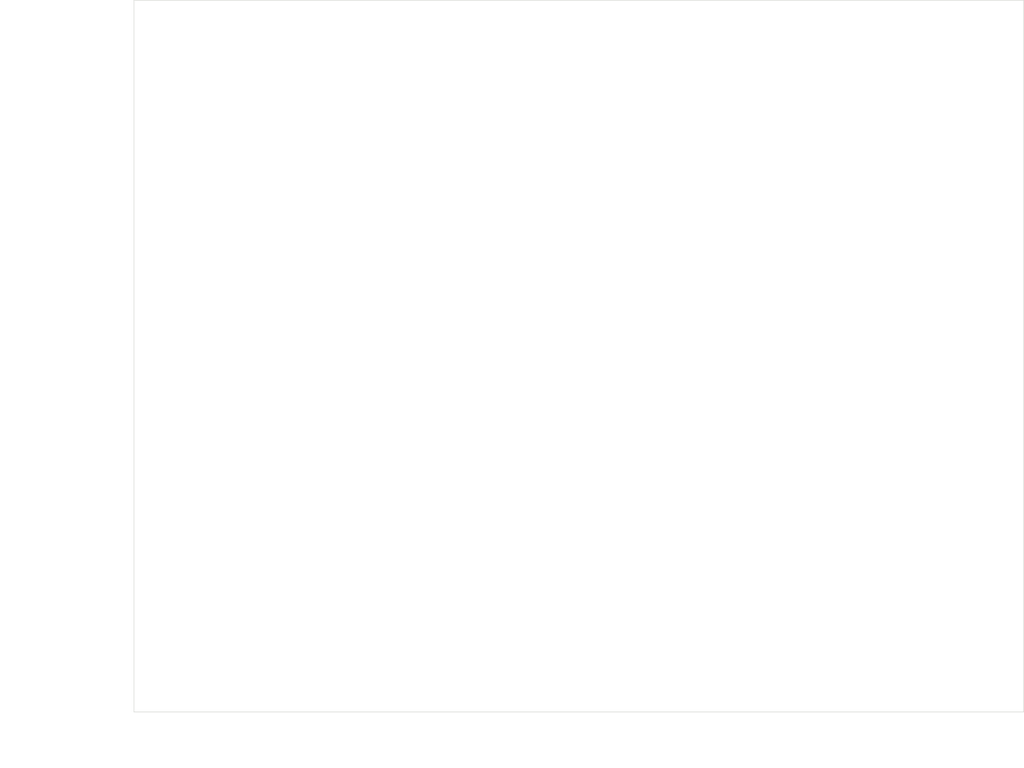
<source format=kicad_pcb>
(kicad_pcb (version 20171130) (host pcbnew "(5.0.1)-3")

  (general
    (thickness 1.6)
    (drawings 7)
    (tracks 0)
    (zones 0)
    (modules 0)
    (nets 1)
  )

  (page B)
  (title_block
    (title "100-1059D Cheezy Synth")
  )

  (layers
    (0 F.Cu signal)
    (31 B.Cu signal)
    (32 B.Adhes user)
    (33 F.Adhes user)
    (34 B.Paste user)
    (35 F.Paste user)
    (36 B.SilkS user)
    (37 F.SilkS user)
    (38 B.Mask user)
    (39 F.Mask user)
    (40 Dwgs.User user)
    (41 Cmts.User user)
    (42 Eco1.User user)
    (43 Eco2.User user)
    (44 Edge.Cuts user)
    (45 Margin user)
    (46 B.CrtYd user)
    (47 F.CrtYd user)
    (48 B.Fab user)
    (49 F.Fab user)
  )

  (setup
    (last_trace_width 0.25)
    (trace_clearance 0.2)
    (zone_clearance 0.508)
    (zone_45_only no)
    (trace_min 0.2)
    (segment_width 0.2)
    (edge_width 0.15)
    (via_size 0.8)
    (via_drill 0.4)
    (via_min_size 0.4)
    (via_min_drill 0.3)
    (uvia_size 0.3)
    (uvia_drill 0.1)
    (uvias_allowed no)
    (uvia_min_size 0.2)
    (uvia_min_drill 0.1)
    (pcb_text_width 0.3)
    (pcb_text_size 1.5 1.5)
    (mod_edge_width 0.15)
    (mod_text_size 1 1)
    (mod_text_width 0.15)
    (pad_size 1.524 1.524)
    (pad_drill 0.762)
    (pad_to_mask_clearance 0.2)
    (solder_mask_min_width 0.25)
    (aux_axis_origin 0 0)
    (grid_origin 38.1 226.06)
    (visible_elements 7FFFEFFF)
    (pcbplotparams
      (layerselection 0x010fc_ffffffff)
      (usegerberextensions false)
      (usegerberattributes false)
      (usegerberadvancedattributes false)
      (creategerberjobfile false)
      (excludeedgelayer true)
      (linewidth 0.100000)
      (plotframeref false)
      (viasonmask false)
      (mode 1)
      (useauxorigin false)
      (hpglpennumber 1)
      (hpglpenspeed 20)
      (hpglpendiameter 15.000000)
      (psnegative false)
      (psa4output false)
      (plotreference true)
      (plotvalue true)
      (plotinvisibletext false)
      (padsonsilk false)
      (subtractmaskfromsilk false)
      (outputformat 1)
      (mirror false)
      (drillshape 1)
      (scaleselection 1)
      (outputdirectory ""))
  )

  (net 0 "")

  (net_class Default "This is the default net class."
    (clearance 0.2)
    (trace_width 0.25)
    (via_dia 0.8)
    (via_drill 0.4)
    (uvia_dia 0.3)
    (uvia_drill 0.1)
  )

  (gr_line (start 38.1 22.86) (end 292.1 22.86) (layer Edge.Cuts) (width 0.15))
  (gr_line (start 38.1 226.06) (end 292.1 226.06) (layer Edge.Cuts) (width 0.15))
  (gr_line (start 292.1 226.06) (end 292.1 22.86) (layer Edge.Cuts) (width 0.15))
  (dimension 50.8 (width 0.3) (layer F.Fab)
    (gr_text "2.0000 in" (at 266.7 243.4) (layer F.Fab)
      (effects (font (size 1.5 1.5) (thickness 0.3)))
    )
    (feature1 (pts (xy 292.1 228.6) (xy 292.1 241.886421)))
    (feature2 (pts (xy 241.3 228.6) (xy 241.3 241.886421)))
    (crossbar (pts (xy 241.3 241.3) (xy 292.1 241.3)))
    (arrow1a (pts (xy 292.1 241.3) (xy 290.973496 241.886421)))
    (arrow1b (pts (xy 292.1 241.3) (xy 290.973496 240.713579)))
    (arrow2a (pts (xy 241.3 241.3) (xy 242.426504 241.886421)))
    (arrow2b (pts (xy 241.3 241.3) (xy 242.426504 240.713579)))
  )
  (dimension 203.2 (width 0.3) (layer F.Fab)
    (gr_text "8.0000 in" (at 139.7 243.4) (layer F.Fab)
      (effects (font (size 1.5 1.5) (thickness 0.3)))
    )
    (feature1 (pts (xy 241.3 228.6) (xy 241.3 241.886421)))
    (feature2 (pts (xy 38.1 228.6) (xy 38.1 241.886421)))
    (crossbar (pts (xy 38.1 241.3) (xy 241.3 241.3)))
    (arrow1a (pts (xy 241.3 241.3) (xy 240.173496 241.886421)))
    (arrow1b (pts (xy 241.3 241.3) (xy 240.173496 240.713579)))
    (arrow2a (pts (xy 38.1 241.3) (xy 39.226504 241.886421)))
    (arrow2b (pts (xy 38.1 241.3) (xy 39.226504 240.713579)))
  )
  (gr_line (start 38.1 226.06) (end 38.1 22.86) (layer Edge.Cuts) (width 0.15))
  (dimension 38.1 (width 0.3) (layer F.Fab)
    (gr_text "1.5000 in" (at 19.05 234.51) (layer F.Fab)
      (effects (font (size 1.5 1.5) (thickness 0.3)))
    )
    (feature1 (pts (xy 38.1 228.6) (xy 38.1 232.996421)))
    (feature2 (pts (xy 0 228.6) (xy 0 232.996421)))
    (crossbar (pts (xy 0 232.41) (xy 38.1 232.41)))
    (arrow1a (pts (xy 38.1 232.41) (xy 36.973496 232.996421)))
    (arrow1b (pts (xy 38.1 232.41) (xy 36.973496 231.823579)))
    (arrow2a (pts (xy 0 232.41) (xy 1.126504 232.996421)))
    (arrow2b (pts (xy 0 232.41) (xy 1.126504 231.823579)))
  )

)

</source>
